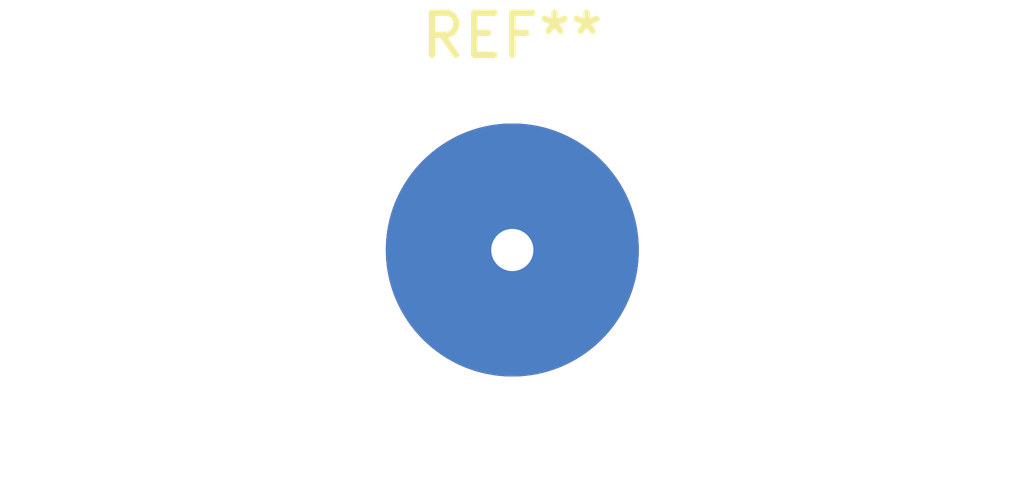
<source format=kicad_pcb>
(kicad_pcb (version 20171130) (host pcbnew "(5.1.4)-1")

  (general
    (thickness 1.6)
    (drawings 0)
    (tracks 0)
    (zones 0)
    (modules 1)
    (nets 1)
  )

  (page A4)
  (layers
    (0 F.Cu signal)
    (31 B.Cu signal)
    (32 B.Adhes user)
    (33 F.Adhes user)
    (34 B.Paste user)
    (35 F.Paste user)
    (36 B.SilkS user)
    (37 F.SilkS user)
    (38 B.Mask user)
    (39 F.Mask user)
    (40 Dwgs.User user)
    (41 Cmts.User user)
    (42 Eco1.User user)
    (43 Eco2.User user)
    (44 Edge.Cuts user)
    (45 Margin user)
    (46 B.CrtYd user)
    (47 F.CrtYd user)
    (48 B.Fab user)
    (49 F.Fab user)
  )

  (setup
    (last_trace_width 0.25)
    (trace_clearance 0.2)
    (zone_clearance 0.508)
    (zone_45_only no)
    (trace_min 0.2)
    (via_size 0.8)
    (via_drill 0.4)
    (via_min_size 0.4)
    (via_min_drill 0.3)
    (uvia_size 0.3)
    (uvia_drill 0.1)
    (uvias_allowed no)
    (uvia_min_size 0.2)
    (uvia_min_drill 0.1)
    (edge_width 0.05)
    (segment_width 0.2)
    (pcb_text_width 0.3)
    (pcb_text_size 1.5 1.5)
    (mod_edge_width 0.12)
    (mod_text_size 1 1)
    (mod_text_width 0.15)
    (pad_size 5.99948 5.99948)
    (pad_drill 1)
    (pad_to_mask_clearance 0.051)
    (solder_mask_min_width 0.25)
    (aux_axis_origin 0 0)
    (visible_elements FFFFFF7F)
    (pcbplotparams
      (layerselection 0x00000_7fffffff)
      (usegerberextensions false)
      (usegerberattributes false)
      (usegerberadvancedattributes false)
      (creategerberjobfile false)
      (excludeedgelayer true)
      (linewidth 0.100000)
      (plotframeref false)
      (viasonmask false)
      (mode 1)
      (useauxorigin false)
      (hpglpennumber 1)
      (hpglpenspeed 20)
      (hpglpendiameter 15.000000)
      (psnegative false)
      (psa4output false)
      (plotreference true)
      (plotvalue true)
      (plotinvisibletext false)
      (padsonsilk false)
      (subtractmaskfromsilk false)
      (outputformat 1)
      (mirror false)
      (drillshape 0)
      (scaleselection 1)
      (outputdirectory ""))
  )

  (net 0 "")

  (net_class Default "Это класс цепей по умолчанию."
    (clearance 0.2)
    (trace_width 0.25)
    (via_dia 0.8)
    (via_drill 0.4)
    (uvia_dia 0.3)
    (uvia_drill 0.1)
  )

  (module Connector_Wire:SolderWirePad_1x01_Drill2.5mm (layer F.Cu) (tedit 6501B7D4) (tstamp 65020960)
    (at 74.93 45.72)
    (descr "Wire solder connection")
    (tags connector)
    (attr virtual)
    (fp_text reference REF** (at 0 -5.08) (layer F.SilkS)
      (effects (font (size 1 1) (thickness 0.15)))
    )
    (fp_text value SolderWirePad_1x01_Drill2.5mm (at 0 5.08) (layer F.Fab)
      (effects (font (size 1 1) (thickness 0.15)))
    )
    (fp_line (start 3.5 3.5) (end -3.5 3.5) (layer F.CrtYd) (width 0.05))
    (fp_line (start 3.5 3.5) (end 3.5 -3.5) (layer F.CrtYd) (width 0.05))
    (fp_line (start -3.5 -3.5) (end -3.5 3.5) (layer F.CrtYd) (width 0.05))
    (fp_line (start -3.5 -3.5) (end 3.5 -3.5) (layer F.CrtYd) (width 0.05))
    (fp_text user %R (at 0 0) (layer F.Fab)
      (effects (font (size 1 1) (thickness 0.15)))
    )
    (pad 1 thru_hole circle (at 0 0) (size 5.99948 5.99948) (drill 1) (layers *.Cu *.Mask))
  )

)

</source>
